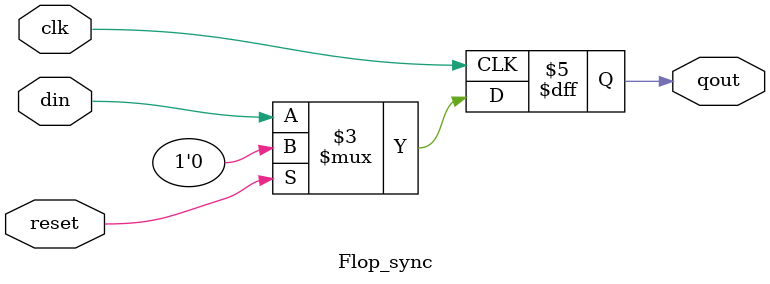
<source format=v>
`timescale 1ns / 1ps


module Flop_sync(
    reset,clk,din,qout
    );
    input reset,clk,din;
    output qout;
    reg qout;
    always@(posedge clk) begin
        if(reset) qout<=1'b0;
        else qout<=din;
    
    end
endmodule

</source>
